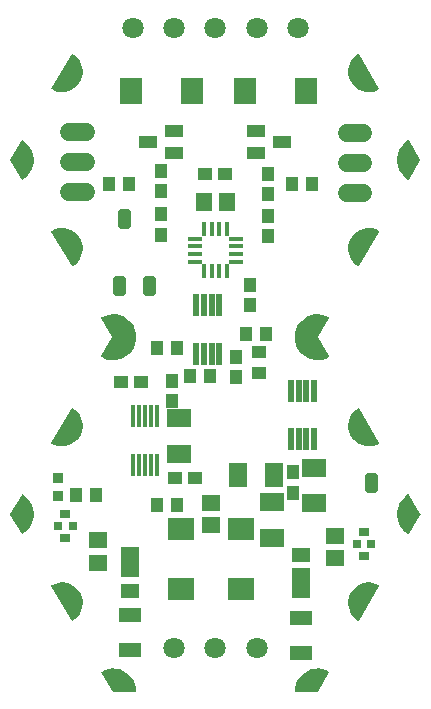
<source format=gbr>
G04 EAGLE Gerber RS-274X export*
G75*
%MOMM*%
%FSLAX34Y34*%
%LPD*%
%INSoldermask Top*%
%IPPOS*%
%AMOC8*
5,1,8,0,0,1.08239X$1,22.5*%
G01*
%ADD10R,0.901600X0.901600*%
%ADD11R,1.101600X1.201600*%
%ADD12C,0.605878*%
%ADD13R,0.355600X1.168400*%
%ADD14R,1.168400X0.355600*%
%ADD15R,0.381000X1.879600*%
%ADD16R,0.533400X1.879600*%
%ADD17C,1.801600*%
%ADD18C,1.524000*%
%ADD19R,1.901600X2.301600*%
%ADD20R,1.501600X1.101600*%
%ADD21R,1.201600X1.101600*%
%ADD22R,1.401600X1.601600*%
%ADD23R,2.301600X1.901600*%
%ADD24R,1.901600X1.221600*%
%ADD25R,1.601600X1.151600*%
%ADD26R,1.601600X2.501600*%
%ADD27R,1.601600X1.401600*%
%ADD28R,0.901600X0.701600*%
%ADD29R,0.751600X0.701600*%
%ADD30R,1.601600X2.101600*%
%ADD31R,2.101600X1.601600*%
%ADD32C,1.101600*%

G36*
X317239Y382935D02*
X317239Y382935D01*
X317286Y382933D01*
X320324Y383298D01*
X320356Y383309D01*
X320402Y383314D01*
X323342Y384162D01*
X323372Y384178D01*
X323418Y384190D01*
X326184Y385499D01*
X326206Y385516D01*
X326233Y385526D01*
X326285Y385575D01*
X326343Y385618D01*
X326357Y385643D01*
X326378Y385662D01*
X326407Y385728D01*
X326443Y385790D01*
X326446Y385818D01*
X326458Y385844D01*
X326459Y385916D01*
X326468Y385987D01*
X326460Y386014D01*
X326461Y386043D01*
X326425Y386138D01*
X326414Y386178D01*
X326407Y386187D01*
X326403Y386199D01*
X317046Y402450D01*
X326403Y418701D01*
X326412Y418728D01*
X326428Y418752D01*
X326443Y418822D01*
X326466Y418890D01*
X326463Y418918D01*
X326469Y418946D01*
X326456Y419017D01*
X326450Y419088D01*
X326437Y419113D01*
X326431Y419141D01*
X326391Y419201D01*
X326358Y419264D01*
X326336Y419282D01*
X326320Y419306D01*
X326237Y419364D01*
X326205Y419391D01*
X326194Y419394D01*
X326184Y419401D01*
X323418Y420710D01*
X323385Y420718D01*
X323342Y420738D01*
X320402Y421586D01*
X320368Y421589D01*
X320324Y421602D01*
X317286Y421967D01*
X317252Y421964D01*
X317205Y421970D01*
X314148Y421843D01*
X314115Y421835D01*
X314068Y421834D01*
X311071Y421218D01*
X311040Y421205D01*
X310994Y421196D01*
X308134Y420107D01*
X308106Y420089D01*
X308062Y420073D01*
X305414Y418539D01*
X305388Y418517D01*
X305348Y418494D01*
X302980Y416556D01*
X302958Y416529D01*
X302922Y416500D01*
X300895Y414207D01*
X300879Y414178D01*
X300847Y414143D01*
X299215Y411555D01*
X299203Y411523D01*
X299178Y411484D01*
X297982Y408667D01*
X297975Y408634D01*
X297972Y408627D01*
X297968Y408621D01*
X297967Y408615D01*
X297956Y408591D01*
X297228Y405619D01*
X297226Y405585D01*
X297215Y405540D01*
X296972Y402490D01*
X296976Y402461D01*
X296971Y402433D01*
X296973Y402423D01*
X296972Y402410D01*
X297215Y399360D01*
X297224Y399328D01*
X297228Y399281D01*
X297956Y396309D01*
X297971Y396278D01*
X297982Y396233D01*
X299178Y393416D01*
X299197Y393388D01*
X299215Y393345D01*
X300847Y390757D01*
X300871Y390733D01*
X300895Y390693D01*
X302922Y388400D01*
X302949Y388380D01*
X302980Y388344D01*
X305348Y386406D01*
X305378Y386390D01*
X305414Y386361D01*
X308062Y384828D01*
X308094Y384817D01*
X308134Y384793D01*
X310994Y383705D01*
X311027Y383699D01*
X311071Y383682D01*
X314068Y383066D01*
X314102Y383066D01*
X314148Y383057D01*
X317205Y382930D01*
X317239Y382935D01*
G37*
G36*
X145592Y383057D02*
X145592Y383057D01*
X145625Y383065D01*
X145672Y383066D01*
X148669Y383682D01*
X148700Y383695D01*
X148746Y383705D01*
X151606Y384793D01*
X151635Y384811D01*
X151678Y384828D01*
X154326Y386361D01*
X154352Y386383D01*
X154393Y386406D01*
X156760Y388344D01*
X156782Y388371D01*
X156818Y388400D01*
X158845Y390693D01*
X158862Y390722D01*
X158893Y390757D01*
X160525Y393345D01*
X160537Y393377D01*
X160562Y393416D01*
X161758Y396233D01*
X161765Y396266D01*
X161784Y396309D01*
X162512Y399281D01*
X162514Y399315D01*
X162525Y399360D01*
X162768Y402410D01*
X162764Y402439D01*
X162769Y402467D01*
X162767Y402477D01*
X162768Y402490D01*
X162525Y405540D01*
X162516Y405572D01*
X162512Y405619D01*
X161784Y408591D01*
X161769Y408622D01*
X161758Y408667D01*
X160562Y411484D01*
X160543Y411512D01*
X160525Y411555D01*
X158893Y414143D01*
X158869Y414167D01*
X158845Y414207D01*
X156818Y416500D01*
X156791Y416520D01*
X156760Y416556D01*
X154393Y418494D01*
X154362Y418510D01*
X154326Y418539D01*
X151678Y420073D01*
X151646Y420083D01*
X151606Y420107D01*
X148746Y421196D01*
X148713Y421201D01*
X148669Y421218D01*
X145672Y421834D01*
X145638Y421834D01*
X145592Y421843D01*
X142535Y421970D01*
X142501Y421965D01*
X142454Y421967D01*
X139416Y421602D01*
X139384Y421591D01*
X139338Y421586D01*
X136398Y420738D01*
X136368Y420722D01*
X136323Y420710D01*
X133557Y419401D01*
X133534Y419384D01*
X133507Y419374D01*
X133455Y419325D01*
X133397Y419282D01*
X133383Y419257D01*
X133362Y419238D01*
X133333Y419172D01*
X133297Y419110D01*
X133294Y419082D01*
X133282Y419056D01*
X133281Y418984D01*
X133272Y418913D01*
X133280Y418886D01*
X133280Y418857D01*
X133315Y418762D01*
X133326Y418722D01*
X133333Y418713D01*
X133337Y418701D01*
X142694Y402450D01*
X133337Y386199D01*
X133328Y386172D01*
X133312Y386148D01*
X133297Y386078D01*
X133274Y386010D01*
X133277Y385982D01*
X133271Y385954D01*
X133285Y385884D01*
X133290Y385812D01*
X133303Y385787D01*
X133309Y385759D01*
X133349Y385699D01*
X133382Y385636D01*
X133404Y385618D01*
X133420Y385594D01*
X133503Y385536D01*
X133535Y385509D01*
X133546Y385506D01*
X133557Y385499D01*
X136323Y384190D01*
X136356Y384182D01*
X136398Y384162D01*
X139338Y383314D01*
X139372Y383311D01*
X139416Y383298D01*
X142454Y382933D01*
X142488Y382936D01*
X142535Y382930D01*
X145592Y383057D01*
G37*
G36*
X108477Y462260D02*
X108477Y462260D01*
X108548Y462257D01*
X108575Y462267D01*
X108604Y462269D01*
X108694Y462311D01*
X108734Y462326D01*
X108742Y462334D01*
X108755Y462340D01*
X111058Y463939D01*
X111082Y463965D01*
X111122Y463992D01*
X113131Y465949D01*
X113150Y465978D01*
X113185Y466011D01*
X114844Y468272D01*
X114859Y468303D01*
X114888Y468342D01*
X116152Y470845D01*
X116161Y470879D01*
X116183Y470922D01*
X117019Y473599D01*
X117022Y473633D01*
X117037Y473679D01*
X117420Y476458D01*
X117418Y476492D01*
X117424Y476540D01*
X117345Y479343D01*
X117337Y479377D01*
X117336Y479425D01*
X116797Y482177D01*
X116783Y482209D01*
X116774Y482257D01*
X115789Y484882D01*
X115774Y484907D01*
X115769Y484927D01*
X115761Y484938D01*
X115754Y484957D01*
X114350Y487385D01*
X114327Y487411D01*
X114303Y487453D01*
X112519Y489616D01*
X112492Y489638D01*
X112461Y489675D01*
X110345Y491516D01*
X110315Y491533D01*
X110279Y491565D01*
X107888Y493032D01*
X107856Y493043D01*
X107815Y493069D01*
X105216Y494122D01*
X105182Y494129D01*
X105137Y494147D01*
X102400Y494758D01*
X102365Y494759D01*
X102318Y494770D01*
X99518Y494922D01*
X99484Y494917D01*
X99436Y494920D01*
X96648Y494610D01*
X96615Y494599D01*
X96567Y494594D01*
X93869Y493829D01*
X93839Y493813D01*
X93792Y493800D01*
X91257Y492601D01*
X91233Y492584D01*
X91206Y492574D01*
X91154Y492525D01*
X91097Y492482D01*
X91083Y492457D01*
X91062Y492437D01*
X91033Y492372D01*
X90997Y492311D01*
X90994Y492282D01*
X90982Y492255D01*
X90981Y492184D01*
X90972Y492113D01*
X90980Y492085D01*
X90980Y492056D01*
X91014Y491963D01*
X91026Y491922D01*
X91033Y491913D01*
X91038Y491900D01*
X108038Y462500D01*
X108057Y462478D01*
X108070Y462452D01*
X108123Y462404D01*
X108170Y462351D01*
X108196Y462339D01*
X108218Y462319D01*
X108285Y462296D01*
X108349Y462266D01*
X108378Y462264D01*
X108406Y462255D01*
X108477Y462260D01*
G37*
G36*
X108477Y162260D02*
X108477Y162260D01*
X108548Y162257D01*
X108575Y162267D01*
X108604Y162269D01*
X108694Y162311D01*
X108734Y162326D01*
X108742Y162334D01*
X108755Y162340D01*
X111058Y163939D01*
X111082Y163965D01*
X111122Y163992D01*
X113131Y165949D01*
X113150Y165978D01*
X113185Y166011D01*
X114844Y168272D01*
X114859Y168303D01*
X114888Y168342D01*
X116152Y170845D01*
X116161Y170879D01*
X116183Y170922D01*
X117019Y173599D01*
X117022Y173633D01*
X117037Y173679D01*
X117420Y176458D01*
X117418Y176492D01*
X117424Y176540D01*
X117345Y179343D01*
X117337Y179377D01*
X117336Y179425D01*
X116797Y182177D01*
X116783Y182209D01*
X116774Y182257D01*
X115789Y184882D01*
X115774Y184907D01*
X115769Y184927D01*
X115761Y184938D01*
X115754Y184957D01*
X114350Y187385D01*
X114327Y187411D01*
X114303Y187453D01*
X112519Y189616D01*
X112492Y189638D01*
X112461Y189675D01*
X110345Y191516D01*
X110315Y191533D01*
X110279Y191565D01*
X107888Y193032D01*
X107856Y193043D01*
X107815Y193069D01*
X105216Y194122D01*
X105182Y194129D01*
X105137Y194147D01*
X102400Y194758D01*
X102365Y194759D01*
X102318Y194770D01*
X99518Y194922D01*
X99484Y194917D01*
X99436Y194920D01*
X96648Y194610D01*
X96615Y194599D01*
X96567Y194594D01*
X93869Y193829D01*
X93839Y193813D01*
X93792Y193800D01*
X91257Y192601D01*
X91233Y192584D01*
X91206Y192574D01*
X91154Y192525D01*
X91097Y192482D01*
X91083Y192457D01*
X91062Y192437D01*
X91033Y192372D01*
X90997Y192311D01*
X90994Y192282D01*
X90982Y192255D01*
X90981Y192184D01*
X90972Y192113D01*
X90980Y192085D01*
X90980Y192056D01*
X91014Y191963D01*
X91026Y191922D01*
X91033Y191913D01*
X91038Y191900D01*
X108038Y162500D01*
X108057Y162478D01*
X108070Y162452D01*
X108123Y162404D01*
X108170Y162351D01*
X108196Y162339D01*
X108218Y162319D01*
X108285Y162296D01*
X108349Y162266D01*
X108378Y162264D01*
X108406Y162255D01*
X108477Y162260D01*
G37*
G36*
X360256Y609983D02*
X360256Y609983D01*
X360304Y609980D01*
X363092Y610290D01*
X363125Y610301D01*
X363173Y610306D01*
X365871Y611071D01*
X365901Y611087D01*
X365948Y611100D01*
X368483Y612299D01*
X368507Y612316D01*
X368534Y612326D01*
X368586Y612375D01*
X368643Y612418D01*
X368657Y612443D01*
X368679Y612463D01*
X368707Y612528D01*
X368743Y612590D01*
X368746Y612618D01*
X368758Y612645D01*
X368759Y612716D01*
X368768Y612787D01*
X368760Y612815D01*
X368760Y612844D01*
X368726Y612937D01*
X368714Y612978D01*
X368707Y612987D01*
X368702Y613000D01*
X351702Y642400D01*
X351683Y642422D01*
X351670Y642448D01*
X351617Y642496D01*
X351570Y642549D01*
X351544Y642561D01*
X351522Y642581D01*
X351455Y642604D01*
X351391Y642634D01*
X351362Y642636D01*
X351334Y642645D01*
X351263Y642640D01*
X351192Y642643D01*
X351165Y642633D01*
X351136Y642631D01*
X351046Y642589D01*
X351006Y642574D01*
X350998Y642566D01*
X350985Y642560D01*
X348682Y640961D01*
X348658Y640936D01*
X348618Y640908D01*
X346609Y638951D01*
X346590Y638922D01*
X346555Y638889D01*
X344896Y636628D01*
X344881Y636597D01*
X344852Y636558D01*
X343588Y634055D01*
X343579Y634021D01*
X343557Y633978D01*
X342721Y631301D01*
X342718Y631267D01*
X342703Y631221D01*
X342320Y628442D01*
X342322Y628408D01*
X342316Y628360D01*
X342395Y625557D01*
X342403Y625523D01*
X342404Y625475D01*
X342943Y622723D01*
X342957Y622691D01*
X342966Y622643D01*
X343951Y620018D01*
X343969Y619988D01*
X343986Y619943D01*
X345390Y617515D01*
X345413Y617489D01*
X345437Y617448D01*
X347221Y615284D01*
X347248Y615262D01*
X347279Y615225D01*
X349395Y613384D01*
X349425Y613367D01*
X349461Y613336D01*
X351852Y611868D01*
X351884Y611857D01*
X351925Y611831D01*
X354524Y610778D01*
X354558Y610771D01*
X354603Y610753D01*
X357340Y610142D01*
X357375Y610141D01*
X357422Y610130D01*
X360222Y609978D01*
X360256Y609983D01*
G37*
G36*
X360256Y309983D02*
X360256Y309983D01*
X360304Y309980D01*
X363092Y310290D01*
X363125Y310301D01*
X363173Y310306D01*
X365871Y311071D01*
X365901Y311087D01*
X365948Y311100D01*
X368483Y312299D01*
X368507Y312316D01*
X368534Y312326D01*
X368586Y312375D01*
X368643Y312418D01*
X368657Y312443D01*
X368679Y312463D01*
X368707Y312528D01*
X368743Y312590D01*
X368746Y312618D01*
X368758Y312645D01*
X368759Y312716D01*
X368768Y312787D01*
X368760Y312815D01*
X368760Y312844D01*
X368726Y312937D01*
X368714Y312978D01*
X368707Y312987D01*
X368702Y313000D01*
X351702Y342400D01*
X351683Y342422D01*
X351670Y342448D01*
X351617Y342496D01*
X351570Y342549D01*
X351544Y342561D01*
X351522Y342581D01*
X351455Y342604D01*
X351391Y342634D01*
X351362Y342636D01*
X351334Y342645D01*
X351263Y342640D01*
X351192Y342643D01*
X351165Y342633D01*
X351136Y342631D01*
X351046Y342589D01*
X351006Y342574D01*
X350998Y342566D01*
X350985Y342560D01*
X348682Y340961D01*
X348658Y340936D01*
X348618Y340908D01*
X346609Y338951D01*
X346590Y338922D01*
X346555Y338889D01*
X344896Y336628D01*
X344881Y336597D01*
X344852Y336558D01*
X343588Y334055D01*
X343579Y334021D01*
X343557Y333978D01*
X342721Y331301D01*
X342718Y331267D01*
X342703Y331221D01*
X342320Y328442D01*
X342322Y328408D01*
X342316Y328360D01*
X342395Y325557D01*
X342403Y325523D01*
X342404Y325475D01*
X342943Y322723D01*
X342957Y322691D01*
X342966Y322643D01*
X343951Y320018D01*
X343969Y319988D01*
X343986Y319943D01*
X345390Y317515D01*
X345413Y317489D01*
X345437Y317448D01*
X347221Y315284D01*
X347248Y315262D01*
X347279Y315225D01*
X349395Y313384D01*
X349425Y313367D01*
X349461Y313336D01*
X351852Y311868D01*
X351884Y311857D01*
X351925Y311831D01*
X354524Y310778D01*
X354558Y310771D01*
X354603Y310753D01*
X357340Y310142D01*
X357375Y310141D01*
X357422Y310130D01*
X360222Y309978D01*
X360256Y309983D01*
G37*
G36*
X351296Y462261D02*
X351296Y462261D01*
X351367Y462260D01*
X351394Y462271D01*
X351423Y462275D01*
X351485Y462309D01*
X351550Y462337D01*
X351571Y462358D01*
X351596Y462372D01*
X351659Y462448D01*
X351689Y462479D01*
X351693Y462489D01*
X351702Y462500D01*
X368702Y491900D01*
X368711Y491928D01*
X368728Y491952D01*
X368743Y492021D01*
X368765Y492089D01*
X368763Y492118D01*
X368769Y492146D01*
X368756Y492216D01*
X368750Y492287D01*
X368737Y492313D01*
X368731Y492341D01*
X368691Y492400D01*
X368659Y492463D01*
X368636Y492482D01*
X368620Y492506D01*
X368538Y492563D01*
X368505Y492590D01*
X368495Y492593D01*
X368483Y492601D01*
X365948Y493800D01*
X365914Y493808D01*
X365871Y493829D01*
X363173Y494594D01*
X363138Y494596D01*
X363092Y494610D01*
X360304Y494920D01*
X360270Y494917D01*
X360222Y494922D01*
X357422Y494770D01*
X357388Y494761D01*
X357340Y494758D01*
X354603Y494147D01*
X354571Y494133D01*
X354524Y494122D01*
X351925Y493069D01*
X351896Y493050D01*
X351852Y493032D01*
X349461Y491565D01*
X349436Y491541D01*
X349395Y491516D01*
X347279Y489675D01*
X347258Y489648D01*
X347221Y489616D01*
X345437Y487453D01*
X345421Y487422D01*
X345390Y487385D01*
X343986Y484957D01*
X343975Y484924D01*
X343968Y484911D01*
X343958Y484897D01*
X343958Y484894D01*
X343951Y484882D01*
X342966Y482257D01*
X342960Y482222D01*
X342943Y482177D01*
X342404Y479425D01*
X342404Y479391D01*
X342395Y479343D01*
X342316Y476540D01*
X342322Y476506D01*
X342320Y476458D01*
X342703Y473679D01*
X342715Y473647D01*
X342721Y473599D01*
X343557Y470922D01*
X343574Y470891D01*
X343588Y470845D01*
X344852Y468342D01*
X344874Y468315D01*
X344896Y468272D01*
X346555Y466011D01*
X346581Y465988D01*
X346609Y465949D01*
X348618Y463992D01*
X348647Y463973D01*
X348682Y463939D01*
X350985Y462340D01*
X351012Y462328D01*
X351035Y462310D01*
X351103Y462289D01*
X351168Y462261D01*
X351197Y462261D01*
X351225Y462253D01*
X351296Y462261D01*
G37*
G36*
X351296Y162261D02*
X351296Y162261D01*
X351367Y162260D01*
X351394Y162271D01*
X351423Y162275D01*
X351485Y162309D01*
X351550Y162337D01*
X351571Y162358D01*
X351596Y162372D01*
X351659Y162448D01*
X351689Y162479D01*
X351693Y162489D01*
X351702Y162500D01*
X368702Y191900D01*
X368711Y191928D01*
X368728Y191952D01*
X368743Y192021D01*
X368765Y192089D01*
X368763Y192118D01*
X368769Y192146D01*
X368756Y192216D01*
X368750Y192287D01*
X368737Y192313D01*
X368731Y192341D01*
X368691Y192400D01*
X368659Y192463D01*
X368636Y192482D01*
X368620Y192506D01*
X368538Y192563D01*
X368505Y192590D01*
X368495Y192593D01*
X368483Y192601D01*
X365948Y193800D01*
X365914Y193808D01*
X365871Y193829D01*
X363173Y194594D01*
X363138Y194596D01*
X363092Y194610D01*
X360304Y194920D01*
X360270Y194917D01*
X360222Y194922D01*
X357422Y194770D01*
X357388Y194761D01*
X357340Y194758D01*
X354603Y194147D01*
X354571Y194133D01*
X354524Y194122D01*
X351925Y193069D01*
X351896Y193050D01*
X351852Y193032D01*
X349461Y191565D01*
X349436Y191541D01*
X349395Y191516D01*
X347279Y189675D01*
X347258Y189648D01*
X347221Y189616D01*
X345437Y187453D01*
X345421Y187422D01*
X345390Y187385D01*
X343986Y184957D01*
X343975Y184924D01*
X343968Y184911D01*
X343958Y184897D01*
X343958Y184894D01*
X343951Y184882D01*
X342966Y182257D01*
X342960Y182222D01*
X342943Y182177D01*
X342404Y179425D01*
X342404Y179391D01*
X342395Y179343D01*
X342316Y176540D01*
X342322Y176506D01*
X342320Y176458D01*
X342703Y173679D01*
X342715Y173647D01*
X342721Y173599D01*
X343557Y170922D01*
X343574Y170891D01*
X343588Y170845D01*
X344852Y168342D01*
X344874Y168315D01*
X344896Y168272D01*
X346555Y166011D01*
X346581Y165988D01*
X346609Y165949D01*
X348618Y163992D01*
X348647Y163973D01*
X348682Y163939D01*
X350985Y162340D01*
X351012Y162328D01*
X351035Y162310D01*
X351103Y162289D01*
X351168Y162261D01*
X351197Y162261D01*
X351225Y162253D01*
X351296Y162261D01*
G37*
G36*
X102318Y610130D02*
X102318Y610130D01*
X102352Y610139D01*
X102400Y610142D01*
X105137Y610753D01*
X105169Y610767D01*
X105216Y610778D01*
X107815Y611831D01*
X107844Y611850D01*
X107888Y611868D01*
X110279Y613336D01*
X110304Y613359D01*
X110345Y613384D01*
X112461Y615225D01*
X112482Y615252D01*
X112519Y615284D01*
X114303Y617448D01*
X114319Y617478D01*
X114350Y617515D01*
X115754Y619943D01*
X115765Y619976D01*
X115789Y620018D01*
X116774Y622643D01*
X116780Y622678D01*
X116797Y622723D01*
X117336Y625475D01*
X117336Y625510D01*
X117345Y625557D01*
X117424Y628360D01*
X117419Y628394D01*
X117420Y628442D01*
X117037Y631221D01*
X117025Y631253D01*
X117019Y631301D01*
X116183Y633978D01*
X116166Y634009D01*
X116152Y634055D01*
X114888Y636558D01*
X114866Y636585D01*
X114844Y636628D01*
X113185Y638889D01*
X113159Y638912D01*
X113131Y638951D01*
X111122Y640908D01*
X111093Y640927D01*
X111058Y640961D01*
X108755Y642560D01*
X108728Y642572D01*
X108705Y642590D01*
X108637Y642611D01*
X108572Y642639D01*
X108543Y642639D01*
X108515Y642647D01*
X108444Y642639D01*
X108373Y642640D01*
X108346Y642629D01*
X108317Y642625D01*
X108255Y642591D01*
X108190Y642563D01*
X108169Y642542D01*
X108144Y642528D01*
X108081Y642452D01*
X108051Y642421D01*
X108047Y642411D01*
X108038Y642400D01*
X91038Y613000D01*
X91029Y612972D01*
X91012Y612948D01*
X90997Y612879D01*
X90975Y612811D01*
X90977Y612782D01*
X90971Y612754D01*
X90984Y612684D01*
X90990Y612613D01*
X91003Y612587D01*
X91009Y612559D01*
X91049Y612500D01*
X91081Y612437D01*
X91104Y612418D01*
X91120Y612394D01*
X91202Y612337D01*
X91235Y612310D01*
X91245Y612307D01*
X91257Y612299D01*
X93792Y611100D01*
X93826Y611092D01*
X93869Y611071D01*
X96567Y610306D01*
X96602Y610304D01*
X96648Y610290D01*
X99436Y609980D01*
X99470Y609983D01*
X99518Y609978D01*
X102318Y610130D01*
G37*
G36*
X102318Y310130D02*
X102318Y310130D01*
X102352Y310139D01*
X102400Y310142D01*
X105137Y310753D01*
X105169Y310767D01*
X105216Y310778D01*
X107815Y311831D01*
X107844Y311850D01*
X107888Y311868D01*
X110279Y313336D01*
X110304Y313359D01*
X110345Y313384D01*
X112461Y315225D01*
X112482Y315252D01*
X112519Y315284D01*
X114303Y317448D01*
X114319Y317478D01*
X114350Y317515D01*
X115754Y319943D01*
X115765Y319976D01*
X115789Y320018D01*
X116774Y322643D01*
X116780Y322678D01*
X116797Y322723D01*
X117336Y325475D01*
X117336Y325510D01*
X117345Y325557D01*
X117424Y328360D01*
X117419Y328394D01*
X117420Y328442D01*
X117037Y331221D01*
X117025Y331253D01*
X117019Y331301D01*
X116183Y333978D01*
X116166Y334009D01*
X116152Y334055D01*
X114888Y336558D01*
X114866Y336585D01*
X114844Y336628D01*
X113185Y338889D01*
X113159Y338912D01*
X113131Y338951D01*
X111122Y340908D01*
X111093Y340927D01*
X111058Y340961D01*
X108755Y342560D01*
X108728Y342572D01*
X108705Y342590D01*
X108637Y342611D01*
X108572Y342639D01*
X108543Y342639D01*
X108515Y342647D01*
X108444Y342639D01*
X108373Y342640D01*
X108346Y342629D01*
X108317Y342625D01*
X108255Y342591D01*
X108190Y342563D01*
X108169Y342542D01*
X108144Y342528D01*
X108081Y342452D01*
X108051Y342421D01*
X108047Y342411D01*
X108038Y342400D01*
X91038Y313000D01*
X91029Y312972D01*
X91012Y312948D01*
X90997Y312879D01*
X90975Y312811D01*
X90977Y312782D01*
X90971Y312754D01*
X90984Y312684D01*
X90990Y312613D01*
X91003Y312587D01*
X91009Y312559D01*
X91049Y312500D01*
X91081Y312437D01*
X91104Y312418D01*
X91120Y312394D01*
X91202Y312337D01*
X91235Y312310D01*
X91245Y312307D01*
X91257Y312299D01*
X93792Y311100D01*
X93826Y311092D01*
X93869Y311071D01*
X96567Y310306D01*
X96602Y310304D01*
X96648Y310290D01*
X99436Y309980D01*
X99470Y309983D01*
X99518Y309978D01*
X102318Y310130D01*
G37*
G36*
X393597Y535461D02*
X393597Y535461D01*
X393668Y535461D01*
X393695Y535472D01*
X393724Y535475D01*
X393786Y535510D01*
X393851Y535538D01*
X393872Y535558D01*
X393897Y535573D01*
X393960Y535650D01*
X393990Y535680D01*
X393994Y535690D01*
X394003Y535701D01*
X403503Y552201D01*
X403513Y552233D01*
X403522Y552246D01*
X403526Y552270D01*
X403527Y552274D01*
X403558Y552344D01*
X403558Y552368D01*
X403566Y552390D01*
X403560Y552466D01*
X403561Y552543D01*
X403551Y552567D01*
X403550Y552588D01*
X403529Y552627D01*
X403503Y552699D01*
X394003Y569199D01*
X393984Y569221D01*
X393971Y569247D01*
X393918Y569295D01*
X393871Y569348D01*
X393845Y569361D01*
X393824Y569380D01*
X393756Y569403D01*
X393692Y569434D01*
X393663Y569436D01*
X393636Y569445D01*
X393564Y569440D01*
X393493Y569443D01*
X393466Y569433D01*
X393437Y569431D01*
X393347Y569389D01*
X393307Y569374D01*
X393299Y569367D01*
X393286Y569361D01*
X390763Y567619D01*
X390739Y567595D01*
X390701Y567568D01*
X388489Y565444D01*
X388470Y565416D01*
X388436Y565384D01*
X386594Y562933D01*
X386580Y562902D01*
X386551Y562865D01*
X385126Y560150D01*
X385117Y560119D01*
X385101Y560094D01*
X385100Y560086D01*
X385095Y560076D01*
X384124Y557168D01*
X384120Y557134D01*
X384105Y557090D01*
X383613Y554063D01*
X383614Y554029D01*
X383606Y553983D01*
X383606Y550917D01*
X383607Y550913D01*
X383607Y550911D01*
X383613Y550884D01*
X383613Y550837D01*
X384105Y547810D01*
X384117Y547779D01*
X384124Y547732D01*
X385095Y544824D01*
X385112Y544795D01*
X385126Y544750D01*
X386551Y542035D01*
X386573Y542009D01*
X386594Y541967D01*
X388436Y539516D01*
X388461Y539493D01*
X388489Y539456D01*
X390701Y537332D01*
X390729Y537314D01*
X390763Y537281D01*
X393286Y535539D01*
X393313Y535528D01*
X393335Y535509D01*
X393404Y535489D01*
X393469Y535461D01*
X393498Y535461D01*
X393526Y535453D01*
X393597Y535461D01*
G37*
G36*
X393597Y235461D02*
X393597Y235461D01*
X393668Y235461D01*
X393695Y235472D01*
X393724Y235475D01*
X393786Y235510D01*
X393851Y235538D01*
X393872Y235558D01*
X393897Y235573D01*
X393960Y235650D01*
X393990Y235680D01*
X393994Y235690D01*
X394003Y235701D01*
X403503Y252201D01*
X403513Y252233D01*
X403522Y252246D01*
X403526Y252270D01*
X403527Y252274D01*
X403558Y252344D01*
X403558Y252368D01*
X403566Y252390D01*
X403560Y252466D01*
X403561Y252543D01*
X403551Y252567D01*
X403550Y252588D01*
X403529Y252627D01*
X403503Y252699D01*
X394003Y269199D01*
X393984Y269221D01*
X393971Y269247D01*
X393918Y269295D01*
X393871Y269348D01*
X393845Y269361D01*
X393824Y269380D01*
X393756Y269403D01*
X393692Y269434D01*
X393663Y269436D01*
X393636Y269445D01*
X393564Y269440D01*
X393493Y269443D01*
X393466Y269433D01*
X393437Y269431D01*
X393347Y269389D01*
X393307Y269374D01*
X393299Y269367D01*
X393286Y269361D01*
X390763Y267619D01*
X390739Y267595D01*
X390701Y267568D01*
X388489Y265444D01*
X388470Y265416D01*
X388436Y265384D01*
X386594Y262933D01*
X386580Y262902D01*
X386551Y262865D01*
X385126Y260150D01*
X385117Y260119D01*
X385101Y260094D01*
X385100Y260086D01*
X385095Y260076D01*
X384124Y257168D01*
X384120Y257134D01*
X384105Y257090D01*
X383613Y254063D01*
X383614Y254029D01*
X383606Y253983D01*
X383606Y250917D01*
X383607Y250913D01*
X383607Y250911D01*
X383613Y250884D01*
X383613Y250837D01*
X384105Y247810D01*
X384117Y247779D01*
X384124Y247732D01*
X385095Y244824D01*
X385112Y244795D01*
X385126Y244750D01*
X386551Y242035D01*
X386573Y242009D01*
X386594Y241967D01*
X388436Y239516D01*
X388461Y239493D01*
X388489Y239456D01*
X390701Y237332D01*
X390729Y237314D01*
X390763Y237281D01*
X393286Y235539D01*
X393313Y235528D01*
X393335Y235509D01*
X393404Y235489D01*
X393469Y235461D01*
X393498Y235461D01*
X393526Y235453D01*
X393597Y235461D01*
G37*
G36*
X66176Y535460D02*
X66176Y535460D01*
X66247Y535457D01*
X66274Y535467D01*
X66303Y535469D01*
X66393Y535511D01*
X66433Y535526D01*
X66441Y535533D01*
X66454Y535539D01*
X68977Y537281D01*
X69001Y537305D01*
X69039Y537332D01*
X71251Y539456D01*
X71270Y539484D01*
X71304Y539516D01*
X73146Y541967D01*
X73160Y541998D01*
X73189Y542035D01*
X74614Y544750D01*
X74623Y544783D01*
X74645Y544824D01*
X75616Y547732D01*
X75620Y547766D01*
X75635Y547810D01*
X76127Y550837D01*
X76126Y550871D01*
X76134Y550917D01*
X76134Y553983D01*
X76127Y554016D01*
X76127Y554063D01*
X75635Y557090D01*
X75623Y557121D01*
X75616Y557168D01*
X74645Y560076D01*
X74632Y560099D01*
X74626Y560124D01*
X74619Y560133D01*
X74614Y560150D01*
X73189Y562865D01*
X73167Y562891D01*
X73146Y562933D01*
X71304Y565384D01*
X71279Y565407D01*
X71251Y565444D01*
X69039Y567568D01*
X69011Y567586D01*
X68977Y567619D01*
X66454Y569361D01*
X66427Y569372D01*
X66405Y569391D01*
X66336Y569411D01*
X66271Y569439D01*
X66242Y569439D01*
X66214Y569447D01*
X66143Y569439D01*
X66072Y569440D01*
X66045Y569428D01*
X66016Y569425D01*
X65954Y569390D01*
X65889Y569362D01*
X65868Y569342D01*
X65843Y569327D01*
X65780Y569250D01*
X65750Y569220D01*
X65746Y569210D01*
X65737Y569199D01*
X56237Y552699D01*
X56213Y552626D01*
X56182Y552556D01*
X56182Y552532D01*
X56174Y552510D01*
X56181Y552434D01*
X56180Y552357D01*
X56189Y552333D01*
X56190Y552312D01*
X56211Y552273D01*
X56230Y552221D01*
X56231Y552215D01*
X56233Y552213D01*
X56237Y552201D01*
X65737Y535701D01*
X65756Y535679D01*
X65769Y535653D01*
X65822Y535605D01*
X65869Y535552D01*
X65895Y535539D01*
X65917Y535520D01*
X65984Y535497D01*
X66048Y535466D01*
X66077Y535465D01*
X66104Y535455D01*
X66176Y535460D01*
G37*
G36*
X66176Y235460D02*
X66176Y235460D01*
X66247Y235457D01*
X66274Y235467D01*
X66303Y235469D01*
X66393Y235511D01*
X66433Y235526D01*
X66441Y235533D01*
X66454Y235539D01*
X68977Y237281D01*
X69001Y237305D01*
X69039Y237332D01*
X71251Y239456D01*
X71270Y239484D01*
X71304Y239516D01*
X73146Y241967D01*
X73160Y241998D01*
X73189Y242035D01*
X74614Y244750D01*
X74623Y244783D01*
X74645Y244824D01*
X75616Y247732D01*
X75620Y247766D01*
X75635Y247810D01*
X76127Y250837D01*
X76126Y250871D01*
X76134Y250917D01*
X76134Y253983D01*
X76127Y254016D01*
X76127Y254063D01*
X75635Y257090D01*
X75623Y257121D01*
X75616Y257168D01*
X74645Y260076D01*
X74632Y260099D01*
X74626Y260124D01*
X74619Y260133D01*
X74614Y260150D01*
X73189Y262865D01*
X73167Y262891D01*
X73146Y262933D01*
X71304Y265384D01*
X71279Y265407D01*
X71251Y265444D01*
X69039Y267568D01*
X69011Y267586D01*
X68977Y267619D01*
X66454Y269361D01*
X66427Y269372D01*
X66405Y269391D01*
X66336Y269411D01*
X66271Y269439D01*
X66242Y269439D01*
X66214Y269447D01*
X66143Y269439D01*
X66072Y269440D01*
X66045Y269428D01*
X66016Y269425D01*
X65954Y269390D01*
X65889Y269362D01*
X65868Y269342D01*
X65843Y269327D01*
X65780Y269250D01*
X65750Y269220D01*
X65746Y269210D01*
X65737Y269199D01*
X56237Y252699D01*
X56213Y252626D01*
X56182Y252556D01*
X56182Y252532D01*
X56174Y252510D01*
X56181Y252434D01*
X56180Y252357D01*
X56189Y252333D01*
X56190Y252312D01*
X56211Y252273D01*
X56230Y252221D01*
X56231Y252215D01*
X56233Y252213D01*
X56237Y252201D01*
X65737Y235701D01*
X65756Y235679D01*
X65769Y235653D01*
X65822Y235605D01*
X65869Y235552D01*
X65895Y235539D01*
X65917Y235520D01*
X65984Y235497D01*
X66048Y235466D01*
X66077Y235465D01*
X66104Y235455D01*
X66176Y235460D01*
G37*
G36*
X316546Y101966D02*
X316546Y101966D01*
X316624Y101975D01*
X316643Y101986D01*
X316665Y101990D01*
X316729Y102034D01*
X316797Y102073D01*
X316813Y102092D01*
X316829Y102103D01*
X316853Y102141D01*
X316903Y102201D01*
X326403Y118701D01*
X326412Y118728D01*
X326428Y118752D01*
X326443Y118822D01*
X326466Y118890D01*
X326463Y118918D01*
X326469Y118946D01*
X326456Y119017D01*
X326450Y119088D01*
X326437Y119113D01*
X326431Y119141D01*
X326391Y119201D01*
X326358Y119264D01*
X326336Y119282D01*
X326320Y119306D01*
X326237Y119364D01*
X326205Y119391D01*
X326194Y119394D01*
X326184Y119401D01*
X323418Y120710D01*
X323385Y120718D01*
X323342Y120738D01*
X320402Y121586D01*
X320368Y121589D01*
X320324Y121602D01*
X317286Y121967D01*
X317252Y121964D01*
X317205Y121970D01*
X314148Y121843D01*
X314115Y121835D01*
X314068Y121834D01*
X311071Y121218D01*
X311040Y121205D01*
X310994Y121196D01*
X308134Y120107D01*
X308106Y120089D01*
X308062Y120073D01*
X305414Y118539D01*
X305388Y118517D01*
X305348Y118494D01*
X302980Y116556D01*
X302958Y116529D01*
X302922Y116500D01*
X300895Y114207D01*
X300879Y114178D01*
X300847Y114143D01*
X299215Y111555D01*
X299203Y111523D01*
X299178Y111484D01*
X297982Y108667D01*
X297975Y108634D01*
X297972Y108627D01*
X297968Y108621D01*
X297967Y108615D01*
X297956Y108591D01*
X297228Y105619D01*
X297226Y105585D01*
X297215Y105540D01*
X296972Y102490D01*
X296976Y102461D01*
X296971Y102433D01*
X296988Y102364D01*
X296996Y102292D01*
X297011Y102268D01*
X297017Y102240D01*
X297060Y102182D01*
X297096Y102120D01*
X297118Y102103D01*
X297135Y102080D01*
X297197Y102043D01*
X297254Y102000D01*
X297282Y101993D01*
X297306Y101978D01*
X297406Y101962D01*
X297447Y101951D01*
X297457Y101953D01*
X297470Y101951D01*
X316470Y101951D01*
X316546Y101966D01*
G37*
G36*
X162298Y101956D02*
X162298Y101956D01*
X162326Y101954D01*
X162394Y101976D01*
X162465Y101990D01*
X162488Y102006D01*
X162515Y102015D01*
X162570Y102062D01*
X162629Y102103D01*
X162644Y102127D01*
X162666Y102145D01*
X162697Y102210D01*
X162736Y102270D01*
X162741Y102298D01*
X162753Y102324D01*
X162762Y102425D01*
X162769Y102467D01*
X162767Y102477D01*
X162768Y102490D01*
X162525Y105540D01*
X162516Y105572D01*
X162512Y105619D01*
X161784Y108591D01*
X161769Y108622D01*
X161758Y108667D01*
X160562Y111484D01*
X160543Y111512D01*
X160525Y111555D01*
X158893Y114143D01*
X158869Y114167D01*
X158845Y114207D01*
X156818Y116500D01*
X156791Y116520D01*
X156760Y116556D01*
X154393Y118494D01*
X154362Y118510D01*
X154326Y118539D01*
X151678Y120073D01*
X151646Y120083D01*
X151606Y120107D01*
X148746Y121196D01*
X148713Y121201D01*
X148669Y121218D01*
X145672Y121834D01*
X145638Y121834D01*
X145592Y121843D01*
X142535Y121970D01*
X142501Y121965D01*
X142454Y121967D01*
X139416Y121602D01*
X139384Y121591D01*
X139338Y121586D01*
X136398Y120738D01*
X136368Y120722D01*
X136323Y120710D01*
X133557Y119401D01*
X133534Y119384D01*
X133507Y119374D01*
X133455Y119325D01*
X133397Y119282D01*
X133383Y119257D01*
X133362Y119238D01*
X133333Y119172D01*
X133297Y119110D01*
X133294Y119082D01*
X133282Y119056D01*
X133281Y118984D01*
X133272Y118913D01*
X133280Y118886D01*
X133280Y118857D01*
X133315Y118762D01*
X133326Y118722D01*
X133333Y118713D01*
X133337Y118701D01*
X142837Y102201D01*
X142889Y102143D01*
X142935Y102080D01*
X142954Y102069D01*
X142969Y102052D01*
X143039Y102018D01*
X143106Y101978D01*
X143131Y101974D01*
X143148Y101966D01*
X143193Y101964D01*
X143270Y101951D01*
X162270Y101951D01*
X162298Y101956D01*
G37*
D10*
X96330Y268362D03*
X96330Y283362D03*
D11*
X111627Y268934D03*
X128627Y268934D03*
D12*
X171003Y441053D02*
X171003Y452011D01*
X175961Y452011D01*
X175961Y441053D01*
X171003Y441053D01*
X171003Y446809D02*
X175961Y446809D01*
X150561Y452011D02*
X150561Y441053D01*
X145603Y441053D01*
X145603Y452011D01*
X150561Y452011D01*
X150561Y446809D02*
X145603Y446809D01*
X154879Y497187D02*
X154879Y508145D01*
X154879Y497187D02*
X149921Y497187D01*
X149921Y508145D01*
X154879Y508145D01*
X154879Y502943D02*
X149921Y502943D01*
X364226Y285291D02*
X364226Y274333D01*
X359268Y274333D01*
X359268Y285291D01*
X364226Y285291D01*
X364226Y280089D02*
X359268Y280089D01*
D13*
X239620Y493903D03*
X233120Y493903D03*
X226620Y493903D03*
X220120Y493903D03*
D14*
X212217Y486000D03*
X212217Y479500D03*
X212217Y473000D03*
X212217Y466500D03*
D13*
X220120Y458597D03*
X226620Y458597D03*
X233120Y458597D03*
X239620Y458597D03*
D14*
X247523Y466500D03*
X247523Y473000D03*
X247523Y479500D03*
X247523Y486000D03*
D15*
X180180Y335407D03*
X175180Y335407D03*
X170180Y335407D03*
X165180Y335407D03*
X160180Y335407D03*
X160180Y294513D03*
X165180Y294513D03*
X170180Y294513D03*
X175180Y294513D03*
X180180Y294513D03*
D16*
X293780Y316103D03*
X300280Y316103D03*
X306780Y316103D03*
X313280Y316103D03*
X313280Y356997D03*
X306780Y356997D03*
X300280Y356997D03*
X293780Y356997D03*
X233270Y429387D03*
X226770Y429387D03*
X220270Y429387D03*
X213770Y429387D03*
X213770Y388493D03*
X220270Y388493D03*
X226770Y388493D03*
X233270Y388493D03*
D17*
X159870Y664480D03*
X194870Y664480D03*
X229870Y664480D03*
X264870Y664480D03*
X299870Y664480D03*
X264870Y139430D03*
X229870Y139430D03*
X194870Y139430D03*
D18*
X340868Y575310D02*
X355092Y575310D01*
X355092Y549910D02*
X340868Y549910D01*
X340868Y524510D02*
X355092Y524510D01*
D19*
X306170Y610870D03*
X255170Y610870D03*
X158650Y610870D03*
X209650Y610870D03*
D11*
X312030Y532130D03*
X295030Y532130D03*
X140090Y532130D03*
X157090Y532130D03*
D20*
X286590Y567690D03*
X264590Y558190D03*
X264590Y577190D03*
X173150Y567690D03*
X195150Y577190D03*
X195150Y558190D03*
D21*
X238370Y541020D03*
X221370Y541020D03*
D11*
X184150Y543170D03*
X184150Y526170D03*
X274320Y523630D03*
X274320Y540630D03*
D22*
X220370Y516890D03*
X239370Y516890D03*
D18*
X120142Y576580D02*
X105918Y576580D01*
X105918Y551180D02*
X120142Y551180D01*
X120142Y525780D02*
X105918Y525780D01*
D11*
X274320Y488070D03*
X274320Y505070D03*
X184150Y489340D03*
X184150Y506340D03*
D23*
X200660Y189130D03*
X200660Y240130D03*
X251460Y240130D03*
X251460Y189130D03*
D24*
X157480Y167300D03*
X157480Y137500D03*
X302260Y164760D03*
X302260Y134960D03*
D25*
X157480Y187950D03*
D26*
X157480Y211700D03*
D25*
X302260Y218450D03*
D26*
X302260Y194700D03*
D27*
X130810Y211480D03*
X130810Y230480D03*
X226060Y243230D03*
X226060Y262230D03*
X331470Y215290D03*
X331470Y234290D03*
D28*
X102870Y232570D03*
X102870Y252570D03*
D29*
X109120Y242570D03*
X96620Y242570D03*
D28*
X355600Y217330D03*
X355600Y237330D03*
D29*
X361850Y227330D03*
X349350Y227330D03*
D30*
X279160Y285750D03*
X249160Y285750D03*
D31*
X278130Y262650D03*
X278130Y232650D03*
X313690Y291860D03*
X313690Y261860D03*
D11*
X295910Y287900D03*
X295910Y270900D03*
X272660Y405130D03*
X255660Y405130D03*
D21*
X266700Y389500D03*
X266700Y372500D03*
D11*
X259080Y446650D03*
X259080Y429650D03*
X247650Y385690D03*
X247650Y368690D03*
X197730Y393700D03*
X180730Y393700D03*
X225670Y369570D03*
X208670Y369570D03*
D21*
X167250Y364490D03*
X150250Y364490D03*
D31*
X199390Y333770D03*
X199390Y303770D03*
D21*
X195970Y283210D03*
X212970Y283210D03*
D11*
X197730Y260350D03*
X180730Y260350D03*
X193040Y348370D03*
X193040Y365370D03*
D32*
X395070Y552450D03*
X307390Y401730D03*
X152350Y401730D03*
X64670Y552450D03*
X353770Y623950D03*
X353770Y480950D03*
X105970Y480950D03*
X105970Y623950D03*
X395070Y252450D03*
X312470Y109350D03*
X147270Y109350D03*
X64670Y252450D03*
X353770Y323950D03*
X353770Y180950D03*
X105970Y180950D03*
X105970Y323950D03*
M02*

</source>
